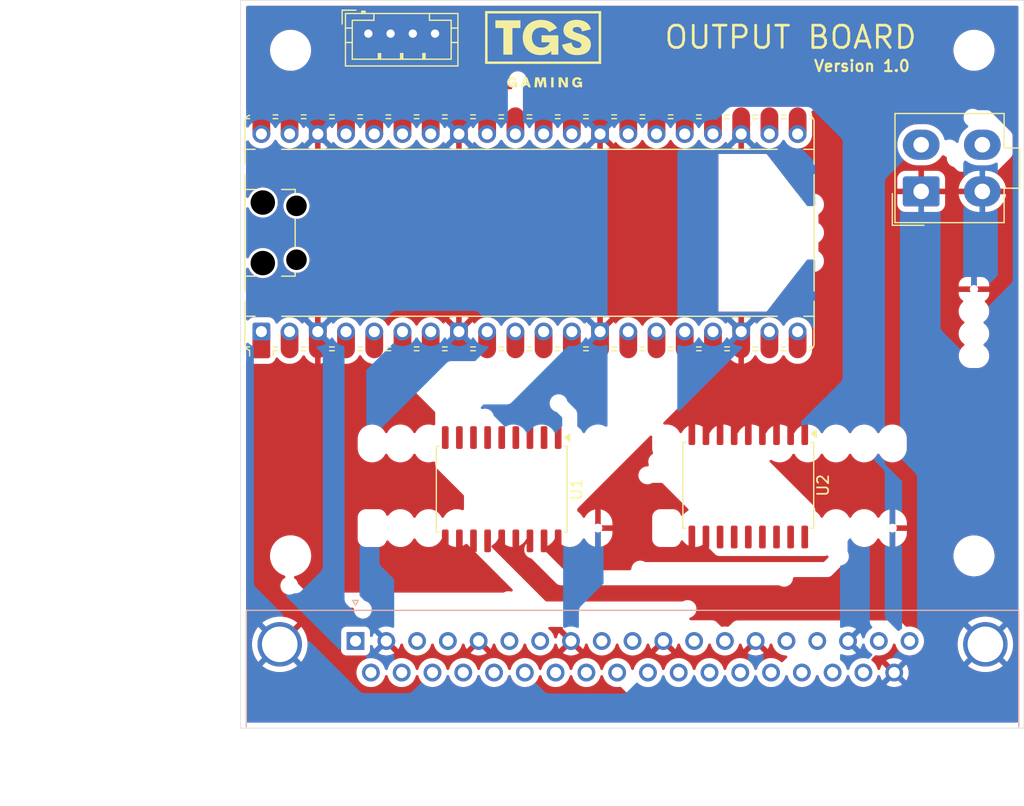
<source format=kicad_pcb>
(kicad_pcb (version 20241229) (generator "pcbnew") (generator_version "9.0")
  (layers (0 "F.Cu" signal) (2 "B.Cu" signal) (13 "F.Paste" user) (15 "B.Paste" user) (5 "F.SilkS" user "F.Silkscreen") (7 "B.SilkS" user "B.Silkscreen") (1 "F.Mask" user) (3 "B.Mask" user) (25 "Edge.Cuts" user))
  (net 0 "")
  (net 6 "Net-(A1-GPIO9)")
  (net 7 "GND")
  (net 8 "Net-(A1-GPIO4)")
  (net 10 "Net-(A1-GPIO11)")
  (net 11 "Net-(A1-GPIO26_ADC0)")
  (net 12 "Net-(A1-GPIO19)")
  (net 13 "Net-(A1-GPIO12)")
  (net 14 "Net-(A1-GPIO2)")
  (net 15 "Net-(A1-GPIO13)")
  (net 16 "Net-(A1-GPIO0)")
  (net 17 "Net-(A1-GPIO16)")
  (net 18 "Net-(A1-GPIO17)")
  (net 19 "Net-(A1-GPIO8)")
  (net 20 "Net-(A1-GPIO18)")
  (net 21 "+3.3V")
  (net 22 "Net-(A1-GPIO3)")
  (net 23 "Net-(A1-GPIO10)")
  (net 24 "Net-(A1-GPIO27_ADC1)")
  (net 25 "Net-(A1-GPIO20)")
  (net 26 "Net-(A1-GPIO21)")
  (net 27 "Net-(A1-GPIO5)")
  (net 28 "Net-(A1-GPIO7)")
  (net 29 "Net-(A1-GPIO6)")
  (net 30 "Net-(A1-GPIO1)")
  (net 31 "Net-(A1-GPIO15)")
  (net 32 "Net-(A1-GPIO14)")
  (net 34 "+12V")
  (net 35 "Net-(U1-O5)")
  (net 36 "Net-(U1-O7)")
  (net 37 "Net-(U2-O5)")
  (net 38 "Net-(U1-O2)")
  (net 39 "Net-(U2-O6)")
  (net 40 "Net-(U1-O4)")
  (net 41 "Net-(U1-O6)")
  (net 42 "Net-(U1-O1)")
  (net 43 "Net-(U2-O8)")
  (net 44 "Net-(U1-O3)")
  (net 45 "Net-(U2-O7)")
  (net 46 "Net-(U2-O2)")
  (net 47 "Net-(U2-O3)")
  (net 48 "Net-(U2-O4)")
  (net 49 "Net-(U2-O1)")
  (net 51 "Net-(U1-O8)")
  (footprint "Module:RaspberryPi_Pico_Common_Unspecified" (layer "F.Cu") (at 136 68.925 90)
    (property "Reference" "A1" (hide yes))
    (property "Value" "RaspberryPi_Pico" (hide yes))
  )
  (footprint "Package_SO:SOIC-18W_7.5x11.6mm_P1.27mm" (layer "F.Cu") (at 155.69 91.65 -90)
    (property "Reference" "U2")
    (property "Value" "ULN2803A")
  )
  (footprint "MountingHole:MountingHole_3.2mm_M3" (layer "F.Cu") (at 176 98)
    (property "Reference" "H4" (hide yes))
    (property "Value" "MountingHole" (hide yes))
  )
  (footprint "Package_SO:SOIC-18W_7.5x11.6mm_P1.27mm" (layer "F.Cu") (at 133.5 92 -90)
    (property "Reference" "U1")
    (property "Value" "ULN2803A")
  )
  (footprint "MountingHole:MountingHole_3.2mm_M3" (layer "F.Cu") (at 114.5 52.5)
    (property "Reference" "H2" (hide yes))
    (property "Value" "MountingHole" (hide yes))
  )
  (footprint "MountingHole:MountingHole_3.2mm_M3" (layer "F.Cu") (at 176 52.5)
    (property "Reference" "H1" (hide yes))
    (property "Value" "MountingHole" (hide yes))
  )
  (footprint "Connector_Molex:Molex_Mini-Fit_Jr_5566-04A_2x02_P4.20mm_Vertical" (layer "F.Cu") (at 171.25 65.2 90)
    (property "Reference" "J3" (hide yes))
    (property "Value" "Conn_01x04" (hide yes))
  )
  (footprint "Connector_JST:JST_PH_B4B-PH-K_1x04_P2.00mm_Vertical" (layer "F.Cu") (at 121.5 51)
    (property "Reference" "J2" (hide yes))
    (property "Value" "Conn_01x04_Pin" (hide yes))
  )
  (footprint "MountingHole:MountingHole_3.2mm_M3" (layer "F.Cu") (at 114.5 98)
    (property "Reference" "H3" (hide yes))
    (property "Value" "MountingHole" (hide yes))
  )
  (footprint "connectors:DSUB-37_Female_Horizontal_P2.77x2.84mm_EdgePinOffset4.94mm_Housed_MountingHolesOffset7.48mm" (layer "B.Cu") (at 120.345 105.66 180)
    (property "Reference" "J4" (hide yes))
    (property "Value" "DB37_Female_MountingHoles" (hide yes))
  )
  (gr_poly (pts (xy 142.451041 53.729107) (xy 132 53.729107) (xy 132 53.504991) (xy 132.228437 53.504991) (xy 142.222613 53.504991) (xy 142.222613 49.190695) (xy 132.228437 49.190695) (xy 132.228437 53.504991) (xy 132 53.504991) (xy 132 48.966607) (xy 142.451041 48.966607)) (fill yes) (layer "F.SilkS"))
  (gr_poly (pts (xy 139.227967 55.51425) (xy 139.227967 54.93263) (xy 139.457572 54.93263) (xy 139.457572 55.833523) (xy 139.184575 55.833523) (xy 138.846464 55.248847) (xy 138.846464 55.833523) (xy 138.616832 55.833523) (xy 138.616832 54.93263) (xy 138.886853 54.93263)) (fill yes) (layer "F.SilkS"))
  (gr_poly (pts (xy 140.329146 49.762965) (xy 140.434909 49.770859) (xy 140.540297 49.784392) (xy 140.644538 49.803871) (xy 140.74686 49.829605) (xy 140.846491 49.861901) (xy 140.942659 49.901068) (xy 141.034593 49.947412) (xy 141.12152 50.001242) (xy 141.162865 50.03106) (xy 141.202669 50.062865) (xy 141.240836 50.096696) (xy 141.277268 50.13259) (xy 141.31187 50.170587) (xy 141.344546 50.210724) (xy 141.375197 50.25304) (xy 141.403729 50.297574) (xy 141.430045 50.344365) (xy 141.454047 50.39345) (xy 141.475641 50.444868) (xy 141.494728 50.498658) (xy 141.511213 50.554858) (xy 141.525 50.613506) (xy 140.731276 50.802577) (xy 140.721491 50.752018) (xy 140.715665 50.728107) (xy 140.709219 50.705099) (xy 140.702151 50.682989) (xy 140.694462 50.66177) (xy 140.686154 50.641434) (xy 140.677225 50.621977) (xy 140.667677 50.60339) (xy 140.65751 50.585668) (xy 140.646724 50.568803) (xy 140.63532 50.55279) (xy 140.623298 50.537622) (xy 140.610659 50.523293) (xy 140.597402 50.509795) (xy 140.583529 50.497122) (xy 140.56904 50.485268) (xy 140.553934 50.474227) (xy 140.538213 50.46399) (xy 140.521877 50.454553) (xy 140.504926 50.445909) (xy 140.487361 50.43805) (xy 140.469182 50.430971) (xy 140.450389 50.424665) (xy 140.430983 50.419126) (xy 140.410964 50.414346) (xy 140.390333 50.410319) (xy 140.36909 50.407039) (xy 140.324769 50.402694) (xy 140.278005 50.401257) (xy 140.236119 50.402269) (xy 140.195946 50.405311) (xy 140.157621 50.410397) (xy 140.121282 50.417539) (xy 140.087065 50.42675) (xy 140.055107 50.438041) (xy 140.025545 50.451425) (xy 140.011704 50.458906) (xy 139.998514 50.466915) (xy 139.985991 50.475453) (xy 139.974152 50.484523) (xy 139.963014 50.494125) (xy 139.952594 50.50426) (xy 139.94291 50.514932) (xy 139.933979 50.526141) (xy 139.925817 50.537889) (xy 139.918442 50.550176) (xy 139.91187 50.563006) (xy 139.906119 50.576379) (xy 139.901207 50.590297) (xy 139.897149 50.604762) (xy 139.893963 50.619774) (xy 139.891666 50.635337) (xy 139.890275 50.65145) (xy 139.889808 50.668116) (xy 139.890639 50.683972) (xy 139.893103 50.699251) (xy 139.897154 50.713975) (xy 139.902748 50.728172) (xy 139.90984 50.741865) (xy 139.918385 50.75508) (xy 139.928338 50.767841) (xy 139.939654 50.780175) (xy 139.952289 50.792104) (xy 139.966197 50.803656) (xy 139.981334 50.814855) (xy 139.997654 50.825725) (xy 140.015114 50.836292) (xy 140.033667 50.84658) (xy 140.05327 50.856616) (xy 140.073877 50.866423) (xy 140.117925 50.885453) (xy 140.165451 50.90387) (xy 140.216097 50.921874) (xy 140.269504 50.939666) (xy 140.503562 51.012709) (xy 140.678825 51.071129) (xy 140.767739 51.103559) (xy 140.856199 51.13883) (xy 140.943224 51.177462) (xy 141.027832 51.219975) (xy 141.109041 51.266888) (xy 141.18587 51.318723) (xy 141.257336 51.375999) (xy 141.290752 51.40684) (xy 141.322459 51.439236) (xy 141.352335 51.473253) (xy 141.380256 51.508955) (xy 141.406101 51.546407) (xy 141.429746 51.585675) (xy 141.451069 51.626823) (xy 141.469947 51.669917) (xy 141.486257 51.715021) (xy 141.499877 51.762201) (xy 141.510684 51.811521) (xy 141.518555 51.863047) (xy 141.523368 51.916843) (xy 141.525 51.972975) (xy 141.523288 52.03545) (xy 141.518218 52.09563) (xy 141.509887 52.153537) (xy 141.498395 52.20919) (xy 141.483838 52.26261) (xy 141.466316 52.313817) (xy 141.445926 52.362832) (xy 141.422766 52.409675) (xy 141.396935 52.454367) (xy 141.368529 52.496927) (xy 141.337649 52.537376) (xy 141.304391 52.575735) (xy 141.268854 52.612024) (xy 141.231135 52.646263) (xy 141.191334 52.678474) (xy 141.149548 52.708675) (xy 141.105874 52.736888) (xy 141.060412 52.763133) (xy 141.013259 52.78743) (xy 140.964514 52.809801) (xy 140.914274 52.830264) (xy 140.862637 52.848841) (xy 140.809703 52.865552) (xy 140.755567 52.880417) (xy 140.70033 52.893457) (xy 140.644089 52.904692) (xy 140.528987 52.92183) (xy 140.411045 52.931992) (xy 140.291049 52.935344) (xy 140.291009 52.935357) (xy 140.161683 52.931548) (xy 140.035919 52.920152) (xy 139.914229 52.901214) (xy 139.797122 52.874782) (xy 139.685112 52.840901) (xy 139.578709 52.799618) (xy 139.478425 52.750978) (xy 139.38477 52.695027) (xy 139.340589 52.664325) (xy 139.298257 52.631813) (xy 139.257837 52.597496) (xy 139.219395 52.56138) (xy 139.182994 52.523472) (xy 139.148698 52.483776) (xy 139.11657 52.442298) (xy 139.086675 52.399045) (xy 139.059077 52.354022) (xy 139.033839 52.307235) (xy 139.011026 52.25869) (xy 138.990701 52.208392) (xy 138.972928 52.156347) (xy 138.957771 52.102561) (xy 138.945295 52.04704) (xy 138.935562 51.989789) (xy 139.79223 51.800691) (xy 139.795026 51.831687) (xy 139.798931 51.86164) (xy 139.803925 51.890553) (xy 139.809986 51.918432) (xy 139.817092 51.94528) (xy 139.825222 51.971101) (xy 139.834355 51.995898) (xy 139.844469 52.019676) (xy 139.855542 52.042437) (xy 139.867553 52.064187) (xy 139.880482 52.084929) (xy 139.894305 52.104667) (xy 139.909002 52.123404) (xy 139.924552 52.141145) (xy 139.940932 52.157893) (xy 139.958122 52.173653) (xy 139.9761 52.188427) (xy 139.994845 52.202221) (xy 140.014334 52.215037) (xy 140.034547 52.22688) (xy 140.055462 52.237753) (xy 140.077058 52.247661) (xy 140.099314 52.256606) (xy 140.122206 52.264594) (xy 140.145716 52.271628) (xy 140.16982 52.277711) (xy 140.194498 52.282848) (xy 140.219727 52.287042) (xy 140.271756 52.292618) (xy 140.325736 52.29447) (xy 140.364605 52.293318) (xy 140.401474 52.289882) (xy 140.436272 52.284193) (xy 140.468929 52.276282) (xy 140.484433 52.271502) (xy 140.499375 52.266179) (xy 140.513748 52.260315) (xy 140.527542 52.253915) (xy 140.540748 52.246983) (xy 140.553357 52.239522) (xy 140.565362 52.231536) (xy 140.576753 52.223029) (xy 140.587521 52.214005) (xy 140.597658 52.204468) (xy 140.607154 52.194422) (xy 140.616002 52.183869) (xy 140.624192 52.172816) (xy 140.631716 52.161264) (xy 140.638565 52.149218) (xy 140.64473 52.136682) (xy 140.650203 52.12366) (xy 140.654974 52.110155) (xy 140.659035 52.096172) (xy 140.662378 52.081714) (xy 140.664993 52.066785) (xy 140.666871 52.051389) (xy 140.668005 52.03553) (xy 140.668385 52.019211) (xy 140.667496 51.997961) (xy 140.664863 51.977528) (xy 140.660532 51.95788) (xy 140.65455 51.938985) (xy 140.646963 51.920811) (xy 140.637819 51.903324) (xy 140.627164 51.886493) (xy 140.615045 51.870286) (xy 140.60151 51.854669) (xy 140.586604 51.839612) (xy 140.570376 51.82508) (xy 140.552871 51.811043) (xy 140.534136 51.797467) (xy 140.514219 51.784321) (xy 140.493167 51.771572) (xy 140.471025 51.759188) (xy 140.447842 51.747136) (xy 140.423663 51.735385) (xy 140.372509 51.712653) (xy 140.317936 51.690733) (xy 140.26032 51.669368) (xy 140.200037 51.648298) (xy 140.13746 51.627265) (xy 140.006927 51.584275) (xy 139.837126 51.527539) (xy 139.752361 51.496622) (xy 139.668776 51.463316) (xy 139.587186 51.427105) (xy 139.508407 51.38747) (xy 139.433257 51.343896) (xy 139.362552 51.295865) (xy 139.329121 51.270016) (xy 139.297108 51.242859) (xy 139.266613 51.214329) (xy 139.23774 51.184362) (xy 139.210591 51.152893) (xy 139.185267 51.119857) (xy 139.16187 51.08519) (xy 139.140503 51.048827) (xy 139.121268 51.010703) (xy 139.104266 50.970754) (xy 139.0896 50.928915) (xy 139.077372 50.885122) (xy 139.067683 50.839309) (xy 139.060636 50.791413) (xy 139.056333 50.741368) (xy 139.054876 50.689111) (xy 139.056278 50.635794) (xy 139.060451 50.583806) (xy 139.067344 50.533171) (xy 139.076906 50.483912) (xy 139.089087 50.436054) (xy 139.103837 50.38962) (xy 139.121106 50.344634) (xy 139.140842 50.30112) (xy 139.162996 50.259102) (xy 139.187517 50.218604) (xy 139.214355 50.179649) (xy 139.243459 50.142262) (xy 139.274778 50.106466) (xy 139.308263 50.072285) (xy 139.343863 50.039742) (xy 139.381527 50.008863) (xy 139.421206 49.979671) (xy 139.462848 49.952189) (xy 139.506403 49.926441) (xy 139.551821 49.902451) (xy 139.599052 49.880244) (xy 139.648044 49.859842) (xy 139.698748 49.841271) (xy 139.751113 49.824553) (xy 139.805088 49.809712) (xy 139.860624 49.796773) (xy 139.917669 49.785759) (xy 139.976174 49.776694) (xy 140.036088 49.769602) (xy 140.09736 49.764507) (xy 140.159941 49.761432) (xy 140.223779 49.760402)) (fill yes) (layer "F.SilkS"))
  (gr_poly (pts (xy 135.185861 50.5) (xy 134.465837 50.5) (xy 134.465837 52.893315) (xy 133.648222 52.893315) (xy 133.648222 50.5) (xy 132.926042 50.5) (xy 132.926042 49.804487) (xy 135.185861 49.804487)) (fill yes) (layer "F.SilkS"))
  (gr_poly (pts (xy 136.125304 55.833523) (xy 135.89206 55.833523) (xy 135.834818 55.666809) (xy 135.480448 55.666809) (xy 135.423788 55.833523) (xy 135.190557 55.833523) (xy 135.320537 55.474378) (xy 135.546131 55.474378) (xy 135.769109 55.474378) (xy 135.657626 55.148332) (xy 135.546131 55.474378) (xy 135.320537 55.474378) (xy 135.516603 54.93263) (xy 135.799258 54.93263)) (fill yes) (layer "F.SilkS"))
  (gr_poly (pts (xy 136.988533 55.392899) (xy 137.128961 54.93263) (xy 137.463447 54.93263) (xy 137.539951 55.833523) (xy 137.310359 55.833523) (xy 137.252508 55.198603) (xy 137.065077 55.833523) (xy 136.913167 55.833523) (xy 136.725789 55.19552) (xy 136.667303 55.833523) (xy 136.436467 55.833523) (xy 136.514255 54.93263) (xy 136.849931 54.93263)) (fill yes) (layer "F.SilkS"))
  (gr_poly (pts (xy 140.333254 54.920666) (xy 140.365333 54.923441) (xy 140.396514 54.928018) (xy 140.42675 54.934355) (xy 140.455997 54.942412) (xy 140.484208 54.952148) (xy 140.511337 54.963525) (xy 140.53734 54.9765) (xy 140.562169 54.991033) (xy 140.58578 55.007085) (xy 140.608126 55.024614) (xy 140.629162 55.043581) (xy 140.648842 55.063945) (xy 140.66712 55.085665) (xy 140.68395 55.108701) (xy 140.699287 55.133013) (xy 140.497993 55.2421) (xy 140.494232 55.234469) (xy 140.49029 55.227089) (xy 140.486168 55.219959) (xy 140.481871 55.213079) (xy 140.4774 55.206448) (xy 140.472757 55.200066) (xy 140.467947 55.193932) (xy 140.46297 55.188045) (xy 140.45783 55.182405) (xy 140.452528 55.177011) (xy 140.447069 55.171863) (xy 140.441453 55.16696) (xy 140.435684 55.162302) (xy 140.429765 55.157888) (xy 140.423697 55.153718) (xy 140.417484 55.14979) (xy 140.411127 55.146105) (xy 140.40463 55.142662) (xy 140.397994 55.139459) (xy 140.391223 55.136498) (xy 140.384319 55.133777) (xy 140.377285 55.131295) (xy 140.370122 55.129052) (xy 140.362835 55.127048) (xy 140.355424 55.125282) (xy 140.347893 55.123753) (xy 140.340244 55.122461) (xy 140.33248 55.121405) (xy 140.316617 55.119999) (xy 140.300323 55.119532) (xy 140.287944 55.119806) (xy 140.275786 55.120625) (xy 140.263858 55.121986) (xy 140.252173 55.123885) (xy 140.240741 55.126317) (xy 140.229575 55.129279) (xy 140.218684 55.132766) (xy 140.208082 55.136776) (xy 140.197779 55.141304) (xy 140.187786 55.146345) (xy 140.178115 55.151897) (xy 140.168778 55.157955) (xy 140.159785 55.164515) (xy 140.151148 55.171574) (xy 140.142879 55.179127) (xy 140.134988 55.187171) (xy 140.127487 55.195701) (xy 140.120388 55.204714) (xy 140.113702 55.214206) (xy 140.10744 55.224172) (xy 140.101614 55.234609) (xy 140.096235 55.245514) (xy 140.091314 55.256881) (xy 140.086862 55.268708) (xy 140.082892 55.28099) (xy 140.079414 55.293723) (xy 140.076441 55.306903) (xy 140.073982 55.320527) (xy 140.07205 55.33459) (xy 140.070656 55.349089) (xy 140.069811 55.36402) (xy 140.069527 55.379379) (xy 140.070539 55.408033) (xy 140.073555 55.435554) (xy 140.075805 55.448859) (xy 140.078546 55.461843) (xy 140.081772 55.474495) (xy 140.08548 55.486802) (xy 140.089667 55.498751) (xy 140.094328 55.510331) (xy 140.099461 55.521529) (xy 140.105061 55.532332) (xy 140.111124 55.542729) (xy 140.117647 55.552707) (xy 140.124625 55.562253) (xy 140.132056 55.571356) (xy 140.139935 55.580002) (xy 140.148259 55.588181) (xy 140.157024 55.595878) (xy 140.166226 55.603082) (xy 140.175861 55.609781) (xy 140.185926 55.615963) (xy 140.196416 55.621614) (xy 140.207329 55.626722) (xy 140.21866 55.631276) (xy 140.230405 55.635263) (xy 140.242561 55.63867) (xy 140.255124 55.641485) (xy 140.268091 55.643697) (xy 140.281457 55.645291) (xy 140.295218 55.646257) (xy 140.309372 55.646582) (xy 140.325399 55.646165) (xy 140.341527 55.644883) (xy 140.357647 55.642688) (xy 140.373649 55.639535) (xy 140.389425 55.635377) (xy 140.404865 55.630167) (xy 140.419859 55.623858) (xy 140.434298 55.616403) (xy 140.448072 55.607756) (xy 140.454676 55.602971) (xy 140.461073 55.59787) (xy 140.467249 55.592448) (xy 140.47319 55.586699) (xy 140.478884 55.580617) (xy 140.484315 55.574196) (xy 140.489471 55.56743) (xy 140.494338 55.560313) (xy 140.498901 55.55284) (xy 140.503149 55.545005) (xy 140.507066 55.536801) (xy 140.510639 55.528224) (xy 140.513855 55.519267) (xy 140.516699 55.509924) (xy 140.310602 55.509924) (xy 140.310602 55.325444) (xy 140.73125 55.325444) (xy 140.73125 55.83351) (xy 140.553462 55.83351) (xy 140.553462 55.736672) (xy 140.542713 55.748907) (xy 140.531257 55.760541) (xy 140.519075 55.771549) (xy 140.506152 55.781904) (xy 140.49247 55.79158) (xy 140.478014 55.800551) (xy 140.462765 55.808792) (xy 140.446707 55.816276) (xy 140.429823 55.822976) (xy 140.412097 55.828868) (xy 140.393512 55.833925) (xy 140.374051 55.838121) (xy 140.353696 55.84143) (xy 140.332432 55.843825) (xy 140.310241 55.845282) (xy 140.287107 55.845773) (xy 140.287054 55.845773) (xy 140.262869 55.845236) (xy 140.239139 55.843634) (xy 140.215884 55.840986) (xy 140.193124 55.837308) (xy 140.170881 55.832617) (xy 140.149175 55.82693) (xy 140.128026 55.820265) (xy 140.107454 55.812639) (xy 140.087482 55.804068) (xy 140.068128 55.794569) (xy 140.049413 55.784161) (xy 140.031359 55.772859) (xy 140.013984 55.760681) (xy 139.997312 55.747643) (xy 139.98136 55.733764) (xy 139.966151 55.719059) (xy 139.951704 55.703547) (xy 139.938041 55.687243) (xy 139.925181 55.670166) (xy 139.913146 55.652332) (xy 139.901955 55.633758) (xy 139.89163 55.614462) (xy 139.882191 55.59446) (xy 139.873658 55.573769) (xy 139.866052 55.552407) (xy 139.859394 55.530391) (xy 139.853703 55.507737) (xy 139.849001 55.484463) (xy 139.845309 55.460585) (xy 139.842645 55.436122) (xy 139.841033 55.411089) (xy 139.84049 55.385504) (xy 139.84105 55.359419) (xy 139.842715 55.333918) (xy 139.845464 55.309016) (xy 139.849275 55.284729) (xy 139.854127 55.261074) (xy 139.859998 55.238066) (xy 139.866867 55.215722) (xy 139.874713 55.194057) (xy 139.883515 55.173088) (xy 139.89325 55.152831) (xy 139.903898 55.133302) (xy 139.915436 55.114516) (xy 139.927844 55.096491) (xy 139.9411 55.079241) (xy 139.955183 55.062783) (xy 139.970071 55.047134) (xy 139.985743 55.032308) (xy 140.002178 55.018322) (xy 140.019354 55.005193) (xy 140.037249 54.992936) (xy 140.055842 54.981568) (xy 140.075112 54.971103) (xy 140.095038 54.961559) (xy 140.115597 54.952952) (xy 140.136769 54.945297) (xy 140.158532 54.938611) (xy 140.180864 54.932909) (xy 140.203745 54.928208) (xy 140.227153 54.924524) (xy 140.251066 54.921872) (xy 140.275463 54.920269) (xy 140.300323 54.919732)) (fill yes) (layer "F.SilkS"))
  (gr_poly (pts (xy 138.174237 55.833523) (xy 137.944645 55.833523) (xy 137.944645 54.93263) (xy 138.174237 54.93263)) (fill yes) (layer "F.SilkS"))
  (gr_poly (pts (xy 137.165036 49.76356) (xy 137.280454 49.773075) (xy 137.392645 49.788765) (xy 137.501443 49.810491) (xy 137.606684 49.838114) (xy 137.708202 49.871496) (xy 137.805832 49.910499) (xy 137.899409 49.954984) (xy 137.988768 50.004812) (xy 138.073742 50.059846) (xy 138.154168 50.119946) (xy 138.229879 50.184974) (xy 138.300711 50.254792) (xy 138.366499 50.329261) (xy 138.427076 50.408243) (xy 138.482278 50.491599) (xy 137.757942 50.865641) (xy 137.744399 50.839473) (xy 137.730205 50.814167) (xy 137.715368 50.789718) (xy 137.699898 50.766126) (xy 137.683804 50.743389) (xy 137.667094 50.721504) (xy 137.649778 50.70047) (xy 137.631865 50.680285) (xy 137.613364 50.660947) (xy 137.594284 50.642453) (xy 137.574635 50.624802) (xy 137.554426 50.607992) (xy 137.533665 50.592021) (xy 137.512361 50.576887) (xy 137.490525 50.562589) (xy 137.468165 50.549123) (xy 137.44529 50.536488) (xy 137.421909 50.524683) (xy 137.398032 50.513705) (xy 137.373668 50.503553) (xy 137.348825 50.494223) (xy 137.323513 50.485716) (xy 137.29774 50.478027) (xy 137.271517 50.471157) (xy 137.244853 50.465102) (xy 137.217755 50.45986) (xy 137.190234 50.455431) (xy 137.162299 50.451811) (xy 137.105221 50.446992) (xy 137.046596 50.44539) (xy 137.002044 50.446329) (xy 136.958283 50.449139) (xy 136.915354 50.453805) (xy 136.873297 50.460314) (xy 136.832153 50.468654) (xy 136.791964 50.478809) (xy 136.75277 50.490767) (xy 136.714612 50.504515) (xy 136.677532 50.520038) (xy 136.641569 50.537324) (xy 136.606765 50.556359) (xy 136.57316 50.57713) (xy 136.540797 50.599622) (xy 136.509715 50.623824) (xy 136.479955 50.64972) (xy 136.451558 50.677299) (xy 136.424566 50.706545) (xy 136.399019 50.737447) (xy 136.374957 50.76999) (xy 136.352423 50.80416) (xy 136.331456 50.839946) (xy 136.312098 50.877332) (xy 136.294389 50.916306) (xy 136.278371 50.956854) (xy 136.264085 50.998963) (xy 136.25157 51.042619) (xy 136.240869 51.087809) (xy 136.232021 51.134519) (xy 136.225069 51.182736) (xy 136.220052 51.232447) (xy 136.217012 51.283637) (xy 136.21599 51.336295) (xy 136.216902 51.385879) (xy 136.219631 51.434535) (xy 136.224163 51.48222) (xy 136.230484 51.528891) (xy 136.238581 51.574507) (xy 136.24844 51.619025) (xy 136.260048 51.662402) (xy 136.273392 51.704597) (xy 136.288457 51.745567) (xy 136.305231 51.785269) (xy 136.323699 51.823662) (xy 136.343849 51.860703) (xy 136.365666 51.896349) (xy 136.389138 51.930559) (xy 136.414251 51.96329) (xy 136.440991 51.9945) (xy 136.469345 52.024146) (xy 136.4993 52.052187) (xy 136.530841 52.078579) (xy 136.563956 52.10328) (xy 136.59863 52.126249) (xy 136.634851 52.147442) (xy 136.672605 52.166818) (xy 136.711878 52.184334) (xy 136.752657 52.199948) (xy 136.794928 52.213617) (xy 136.838678 52.225299) (xy 136.883894 52.234953) (xy 136.930561 52.242534) (xy 136.978667 52.248002) (xy 137.028198 52.251314) (xy 137.07914 52.252427) (xy 137.136787 52.250997) (xy 137.194804 52.2466) (xy 137.252796 52.239076) (xy 137.31037 52.228264) (xy 137.367131 52.214005) (xy 137.422686 52.196139) (xy 137.47664 52.174505) (xy 137.528599 52.148944) (xy 137.578169 52.119295) (xy 137.601935 52.102888) (xy 137.624957 52.085398) (xy 137.647184 52.066807) (xy 137.668567 52.047094) (xy 137.689058 52.026239) (xy 137.708606 52.004221) (xy 137.727164 51.981022) (xy 137.744681 51.956621) (xy 137.761108 51.930998) (xy 137.776396 51.904132) (xy 137.790495 51.876005) (xy 137.803357 51.846596) (xy 137.814933 51.815884) (xy 137.825172 51.783851) (xy 137.083479 51.783851) (xy 137.083479 51.151377) (xy 138.597253 51.151377) (xy 138.597253 52.893262) (xy 137.95749 52.893262) (xy 137.95749 52.561276) (xy 137.918827 52.603218) (xy 137.877611 52.643101) (xy 137.833784 52.680837) (xy 137.787285 52.716335) (xy 137.738053 52.749506) (xy 137.686028 52.780261) (xy 137.63115 52.808511) (xy 137.573358 52.834167) (xy 137.512593 52.857139) (xy 137.448794 52.877337) (xy 137.3819 52.894673) (xy 137.311851 52.909057) (xy 137.238588 52.9204) (xy 137.162049 52.928613) (xy 137.082175 52.933606) (xy 136.998905 52.935291) (xy 136.998945 52.935357) (xy 136.911904 52.933514) (xy 136.8265 52.928023) (xy 136.742806 52.918943) (xy 136.660898 52.906333) (xy 136.580847 52.890251) (xy 136.502729 52.870756) (xy 136.426617 52.847906) (xy 136.352585 52.821759) (xy 136.280707 52.792374) (xy 136.211056 52.759809) (xy 136.143707 52.724124) (xy 136.078734 52.685376) (xy 136.01621 52.643624) (xy 135.956209 52.598926) (xy 135.898806 52.551341) (xy 135.844073 52.500928) (xy 135.792085 52.447744) (xy 135.742916 52.391849) (xy 135.69664 52.3333) (xy 135.65333 52.272157) (xy 135.61306 52.208478) (xy 135.575904 52.142321) (xy 135.541937 52.073744) (xy 135.511231 52.002807) (xy 135.483861 51.929568) (xy 135.459901 51.854085) (xy 135.439424 51.776417) (xy 135.422505 51.696621) (xy 135.409217 51.614758) (xy 135.399634 51.530884) (xy 135.39383 51.44506) (xy 135.391879 51.357342) (xy 135.393893 51.267903) (xy 135.399884 51.180465) (xy 135.409774 51.095082) (xy 135.423487 51.011809) (xy 135.440946 50.930701) (xy 135.462073 50.851814) (xy 135.486791 50.775202) (xy 135.515024 50.700921) (xy 135.546694 50.629025) (xy 135.581724 50.559569) (xy 135.620038 50.492609) (xy 135.661557 50.4282) (xy 135.706206 50.366396) (xy 135.753907 50.307252) (xy 135.804582 50.250825) (xy 135.858156 50.197167) (xy 135.91455 50.146336) (xy 135.973688 50.098385) (xy 136.035492 50.05337) (xy 136.099887 50.011345) (xy 136.166793 49.972367) (xy 136.236136 49.936489) (xy 136.307836 49.903766) (xy 136.381818 49.874255) (xy 136.458005 49.84801) (xy 136.536318 49.825085) (xy 136.616682 49.805536) (xy 136.699019 49.789418) (xy 136.783252 49.776787) (xy 136.869304 49.767696) (xy 136.957098 49.762201) (xy 137.046556 49.760357)) (fill yes) (layer "F.SilkS"))
  (gr_poly (pts (xy 134.477135 54.920666) (xy 134.50921 54.923441) (xy 134.540389 54.928018) (xy 134.570624 54.934355) (xy 134.59987 54.942412) (xy 134.628081 54.952148) (xy 134.655211 54.963525) (xy 134.681215 54.9765) (xy 134.706045 54.991033) (xy 134.729658 55.007085) (xy 134.752006 55.024614) (xy 134.773043 55.043581) (xy 134.792725 55.063945) (xy 134.811004 55.085665) (xy 134.827835 55.108701) (xy 134.843173 55.133013) (xy 134.641891 55.2421) (xy 134.638126 55.234469) (xy 134.63418 55.227089) (xy 134.630056 55.219959) (xy 134.625756 55.213079) (xy 134.621282 55.206448) (xy 134.616638 55.200066) (xy 134.611825 55.193932) (xy 134.606847 55.188045) (xy 134.601705 55.182405) (xy 134.596403 55.177011) (xy 134.590942 55.171863) (xy 134.585326 55.16696) (xy 134.579557 55.162302) (xy 134.573637 55.157888) (xy 134.567569 55.153718) (xy 134.561355 55.14979) (xy 134.554999 55.146105) (xy 134.548501 55.142662) (xy 134.541866 55.139459) (xy 134.535096 55.136498) (xy 134.528193 55.133777) (xy 134.521159 55.131295) (xy 134.513997 55.129052) (xy 134.50671 55.127048) (xy 134.499301 55.125282) (xy 134.491771 55.123753) (xy 134.484123 55.122461) (xy 134.47636 55.121405) (xy 134.460499 55.119999) (xy 134.444208 55.119532) (xy 134.431827 55.119806) (xy 134.419666 55.120625) (xy 134.407736 55.121986) (xy 134.396049 55.123885) (xy 134.384616 55.126317) (xy 134.373447 55.129279) (xy 134.362555 55.132766) (xy 134.351952 55.136776) (xy 134.341647 55.141304) (xy 134.331653 55.146345) (xy 134.321981 55.151897) (xy 134.312643 55.157955) (xy 134.303649 55.164515) (xy 134.295011 55.171574) (xy 134.286741 55.179127) (xy 134.27885 55.187171) (xy 134.271348 55.195701) (xy 134.264249 55.204714) (xy 134.257562 55.214206) (xy 134.2513 55.224172) (xy 134.245473 55.234609) (xy 134.240094 55.245514) (xy 134.235173 55.256881) (xy 134.230721 55.268708) (xy 134.226751 55.28099) (xy 134.223273 55.293723) (xy 134.220299 55.306903) (xy 134.21784 55.320527) (xy 134.215908 55.33459) (xy 134.214514 55.349089) (xy 134.213669 55.36402) (xy 134.213385 55.379379) (xy 134.214397 55.408033) (xy 134.217414 55.435554) (xy 134.219664 55.448859) (xy 134.222404 55.461843) (xy 134.22563 55.474495) (xy 134.229339 55.486802) (xy 134.233526 55.498751) (xy 134.238188 55.510331) (xy 134.24332 55.521529) (xy 134.24892 55.532332) (xy 134.254984 55.542729) (xy 134.261507 55.552707) (xy 134.268486 55.562253) (xy 134.275918 55.571356) (xy 134.283797 55.580002) (xy 134.292122 55.588181) (xy 134.300888 55.595878) (xy 134.31009 55.603082) (xy 134.319726 55.609781) (xy 134.329792 55.615963) (xy 134.340284 55.621614) (xy 134.351198 55.626722) (xy 134.36253 55.631276) (xy 134.374277 55.635263) (xy 134.386435 55.63867) (xy 134.399 55.641485) (xy 134.411968 55.643697) (xy 134.425336 55.645291) (xy 134.4391 55.646257) (xy 134.453256 55.646582) (xy 134.469276 55.646165) (xy 134.485398 55.644883) (xy 134.501514 55.642688) (xy 134.517513 55.639535) (xy 134.533286 55.635377) (xy 134.548724 55.630167) (xy 134.563717 55.623858) (xy 134.578156 55.616403) (xy 134.591931 55.607756) (xy 134.598535 55.602971) (xy 134.604933 55.59787) (xy 134.611109 55.592448) (xy 134.617051 55.586699) (xy 134.622745 55.580617) (xy 134.628178 55.574196) (xy 134.633335 55.56743) (xy 134.638202 55.560313) (xy 134.642767 55.55284) (xy 134.647016 55.545005) (xy 134.650934 55.536801) (xy 134.654508 55.528224) (xy 134.657725 55.519267) (xy 134.660571 55.509924) (xy 134.45446 55.509924) (xy 134.45446 55.325444) (xy 134.875121 55.325444) (xy 134.875121 55.83351) (xy 134.697334 55.83351) (xy 134.697334 55.736672) (xy 134.68659 55.748907) (xy 134.675136 55.760541) (xy 134.662957 55.771549) (xy 134.650036 55.781904) (xy 134.636355 55.79158) (xy 134.621899 55.800551) (xy 134.606649 55.808792) (xy 134.59059 55.816276) (xy 134.573704 55.822976) (xy 134.555975 55.828868) (xy 134.537386 55.833925) (xy 134.51792 55.838121) (xy 134.497561 55.84143) (xy 134.476291 55.843825) (xy 134.454093 55.845282) (xy 134.430952 55.845773) (xy 134.406763 55.845236) (xy 134.38303 55.843634) (xy 134.359772 55.840986) (xy 134.33701 55.837308) (xy 134.314765 55.832617) (xy 134.293057 55.82693) (xy 134.271906 55.820265) (xy 134.251334 55.812639) (xy 134.23136 55.804068) (xy 134.212005 55.794569) (xy 134.19329 55.784161) (xy 134.175235 55.772859) (xy 134.15786 55.760681) (xy 134.141187 55.747643) (xy 134.125236 55.733764) (xy 134.110027 55.719059) (xy 134.095581 55.703547) (xy 134.081918 55.687243) (xy 134.069059 55.670166) (xy 134.057024 55.652332) (xy 134.045834 55.633758) (xy 134.03551 55.614462) (xy 134.026071 55.59446) (xy 134.017539 55.573769) (xy 134.009934 55.552407) (xy 134.003276 55.530391) (xy 133.997586 55.507737) (xy 133.992885 55.484463) (xy 133.989192 55.460585) (xy 133.98653 55.436122) (xy 133.984917 55.411089) (xy 133.984375 55.385504) (xy 133.984935 55.359419) (xy 133.986599 55.333918) (xy 133.989348 55.309016) (xy 133.993158 55.284729) (xy 133.998009 55.261074) (xy 134.00388 55.238066) (xy 134.010749 55.215722) (xy 134.018594 55.194057) (xy 134.027395 55.173088) (xy 134.037129 55.152831) (xy 134.047776 55.133302) (xy 134.059314 55.114516) (xy 134.071721 55.096491) (xy 134.084976 55.079241) (xy 134.099059 55.062783) (xy 134.113946 55.047134) (xy 134.129618 55.032308) (xy 134.146052 55.018322) (xy 134.163227 55.005193) (xy 134.181122 54.992936) (xy 134.199715 54.981568) (xy 134.218985 54.971103) (xy 134.238911 54.961559) (xy 134.259471 54.952952) (xy 134.280643 54.945297) (xy 134.302407 54.938611) (xy 134.32474 54.932909) (xy 134.347623 54.928208) (xy 134.371032 54.924524) (xy 134.394947 54.921872) (xy 134.419346 54.920269) (xy 134.444208 54.919732)) (fill yes) (layer "F.SilkS"))
  (gr_rect (start 110 48) (end 180.5 113.5) (stroke (width 0.05)) (fill no) (layer "Edge.Cuts"))
  (gr_text "Version 1.0" (at 161.5 54.5 0) (layer "F.SilkS") (effects (font (size 1 1) (thickness 0.2) (bold yes)) (justify left bottom)))
  (gr_text "OUTPUT BOARD" (at 148 52.5 0) (layer "F.SilkS") (effects (font (size 2 2) (thickness 0.25) (bold yes)) (justify left bottom)))
  (zone (net 7) (net_name "GND") (layers "F.Cu" "B.Cu") (connect_pads (clearance 0.5)) (min_thickness 0.25) (fill yes (thermal_gap 0.5) (thermal_bridge_width 0.5))
    (polygon (pts (xy 110 48) (xy 180.5 48) (xy 180.5 113.5) (xy 110 113.38)))
  )
)
</source>
